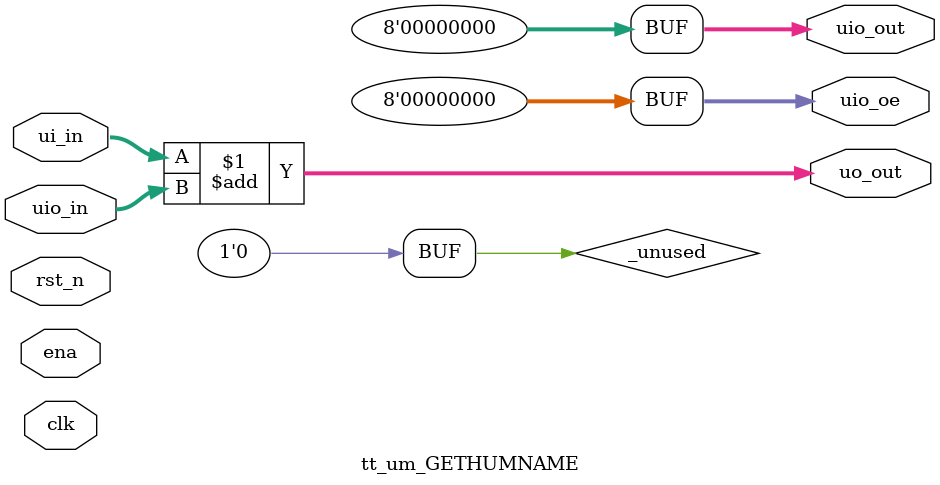
<source format=v>
/*
 * Copyright (c) 2024 Your Name
 * SPDX-License-Identifier: Apache-2.0
 */

`default_nettype none

module tt_um_GETHUMNAME (
    input  wire [7:0] ui_in,    // Dedicated inputs
    output wire [7:0] uo_out,   // Dedicated outputs
    input  wire [7:0] uio_in,   // IOs: Input path
    output wire [7:0] uio_out,  // IOs: Output path
    output wire [7:0] uio_oe,   // IOs: Enable path (active high: 0=input, 1=output)
    input  wire       ena,      // always 1 when the design is powered, so you can ignore it
    input  wire       clk,      // clock
    input  wire       rst_n     // reset_n - low to reset
);

  // All output pins must be assigned. If not used, assign to 0.
  assign uo_out  = ui_in + uio_in;  // Example: ou_out is the sum of ui_in and uio_in
  assign uio_out = 0;
  assign uio_oe  = 0;

  // List all unused inputs to prevent warnings
  wire _unused = &{ena, clk, rst_n, 1'b0};

endmodule

</source>
